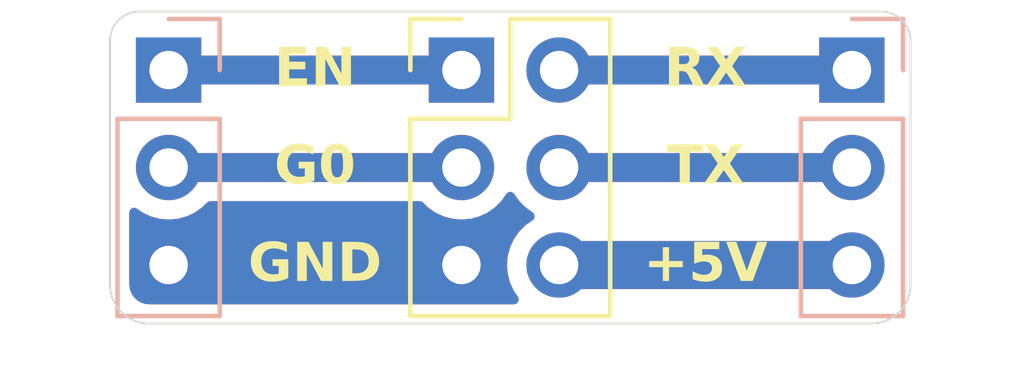
<source format=kicad_pcb>
(kicad_pcb (version 20240108) (generator "pcbnew") (generator_version "8.0")
  (layers (0 "F.Cu" signal) (31 "B.Cu" signal) (34 "B.Paste" user) (35 "F.Paste" user) (36 "B.SilkS" user "B.Silkscreen") (37 "F.SilkS" user "F.Silkscreen") (38 "B.Mask" user) (39 "F.Mask" user) (44 "Edge.Cuts" user))
  (net 0 "")
  (net 1 "GND")
  (net 2 "G0")
  (net 3 "EN")
  (net 4 "+5V")
  (net 5 "RX")
  (net 6 "TX")
  (footprint "Connector_PinHeader_2.54mm:PinHeader_2x03_P2.54mm_Vertical" (layer "F.Cu") (at 7.62 0)
    (property "Reference" "J3" (hide yes))
    (property "Value" "Conn_Main")
    (fp_line (start -1.33 -1.33) (end 0 -1.33) (stroke (width 0.12)) (layer "F.SilkS"))
    (fp_line (start -1.33 0) (end -1.33 -1.33) (stroke (width 0.12)) (layer "F.SilkS"))
    (fp_line (start -1.33 1.27) (end -1.33 6.41) (stroke (width 0.12)) (layer "F.SilkS"))
    (fp_line (start -1.33 1.27) (end 1.27 1.27) (stroke (width 0.12)) (layer "F.SilkS"))
    (fp_line (start -1.33 6.41) (end 3.87 6.41) (stroke (width 0.12)) (layer "F.SilkS"))
    (fp_line (start 1.27 -1.33) (end 3.87 -1.33) (stroke (width 0.12)) (layer "F.SilkS"))
    (fp_line (start 1.27 1.27) (end 1.27 -1.33) (stroke (width 0.12)) (layer "F.SilkS"))
    (fp_line (start 3.87 -1.33) (end 3.87 6.41) (stroke (width 0.12)) (layer "F.SilkS"))
    (pad "1" thru_hole rect (at 0 0) (size 1.7 1.7) (drill 1) (layers "*.Cu" "*.Mask") (net 3 "EN"))
    (pad "2" thru_hole oval (at 2.54 0) (size 1.7 1.7) (drill 1) (layers "*.Cu" "*.Mask") (net 5 "RX"))
    (pad "3" thru_hole oval (at 0 2.54) (size 1.7 1.7) (drill 1) (layers "*.Cu" "*.Mask") (net 2 "G0"))
    (pad "4" thru_hole oval (at 2.54 2.54) (size 1.7 1.7) (drill 1) (layers "*.Cu" "*.Mask") (net 6 "TX"))
    (pad "5" thru_hole oval (at 0 5.08) (size 1.7 1.7) (drill 1) (layers "*.Cu" "*.Mask") (net 1 "GND"))
    (pad "6" thru_hole oval (at 2.54 5.08) (size 1.7 1.7) (drill 1) (layers "*.Cu" "*.Mask") (net 4 "+5V"))
  )
  (footprint "Connector_PinHeader_2.54mm:PinHeader_1x03_P2.54mm_Vertical" (layer "B.Cu") (at 0 0 180)
    (property "Reference" "J1" (hide yes))
    (property "Value" "Conn_CamL")
    (fp_line (start 1.33 -1.27) (end -1.33 -1.27) (stroke (width 0.12)) (layer "B.SilkS"))
    (fp_line (start 1.33 -6.41) (end 1.33 -1.27) (stroke (width 0.12)) (layer "B.SilkS"))
    (fp_line (start 1.33 -6.41) (end -1.33 -6.41) (stroke (width 0.12)) (layer "B.SilkS"))
    (fp_line (start 0 1.33) (end -1.33 1.33) (stroke (width 0.12)) (layer "B.SilkS"))
    (fp_line (start -1.33 1.33) (end -1.33 0) (stroke (width 0.12)) (layer "B.SilkS"))
    (fp_line (start -1.33 -6.41) (end -1.33 -1.27) (stroke (width 0.12)) (layer "B.SilkS"))
    (pad "1" thru_hole rect (at 0 0 180) (size 1.7 1.7) (drill 1) (layers "*.Cu" "*.Mask") (net 3 "EN"))
    (pad "2" thru_hole oval (at 0 -2.54 180) (size 1.7 1.7) (drill 1) (layers "*.Cu" "*.Mask") (net 2 "G0"))
    (pad "3" thru_hole oval (at 0 -5.08 180) (size 1.7 1.7) (drill 1) (layers "*.Cu" "*.Mask") (net 1 "GND"))
  )
  (footprint "Connector_PinHeader_2.54mm:PinHeader_1x03_P2.54mm_Vertical" (layer "B.Cu") (at 17.78 0 180)
    (property "Reference" "J2" (hide yes))
    (property "Value" "Conn_CamR")
    (fp_line (start 1.33 -1.27) (end -1.33 -1.27) (stroke (width 0.12)) (layer "B.SilkS"))
    (fp_line (start 1.33 -6.41) (end 1.33 -1.27) (stroke (width 0.12)) (layer "B.SilkS"))
    (fp_line (start 1.33 -6.41) (end -1.33 -6.41) (stroke (width 0.12)) (layer "B.SilkS"))
    (fp_line (start 0 1.33) (end -1.33 1.33) (stroke (width 0.12)) (layer "B.SilkS"))
    (fp_line (start -1.33 1.33) (end -1.33 0) (stroke (width 0.12)) (layer "B.SilkS"))
    (fp_line (start -1.33 -6.41) (end -1.33 -1.27) (stroke (width 0.12)) (layer "B.SilkS"))
    (pad "1" thru_hole rect (at 0 0 180) (size 1.7 1.7) (drill 1) (layers "*.Cu" "*.Mask") (net 5 "RX"))
    (pad "2" thru_hole oval (at 0 -2.54 180) (size 1.7 1.7) (drill 1) (layers "*.Cu" "*.Mask") (net 6 "TX"))
    (pad "3" thru_hole oval (at 0 -5.08 180) (size 1.7 1.7) (drill 1) (layers "*.Cu" "*.Mask") (net 4 "+5V"))
  )
  (gr_line (start -0.508 6.604) (end 18.288 6.604) (stroke (width 0.05)) (layer "Edge.Cuts"))
  (gr_arc (start 18.542 -1.524) (mid 19.080815 -1.300815) (end 19.304 -0.762) (stroke (width 0.05)) (layer "Edge.Cuts"))
  (gr_line (start 18.542 -1.524) (end -0.762 -1.524) (stroke (width 0.05)) (layer "Edge.Cuts"))
  (gr_line (start 19.304 5.588) (end 19.304 -0.762) (stroke (width 0.05)) (layer "Edge.Cuts"))
  (gr_line (start -1.524 -0.762) (end -1.524 5.588) (stroke (width 0.05)) (layer "Edge.Cuts"))
  (gr_arc (start 19.304 5.588) (mid 19.00642 6.30642) (end 18.288 6.604) (stroke (width 0.05)) (layer "Edge.Cuts"))
  (gr_arc (start -1.524 -0.762) (mid -1.300815 -1.300815) (end -0.762 -1.524) (stroke (width 0.05)) (layer "Edge.Cuts"))
  (gr_arc (start -0.508 6.604) (mid -1.22642 6.30642) (end -1.524 5.588) (stroke (width 0.05)) (layer "Edge.Cuts"))
  (gr_text "+5V" (at 13.97 5.08 0) (layer "F.SilkS") (effects (font (size 1 1) (thickness 0.1))))
  (gr_text "TX" (at 13.97 2.54 0) (layer "F.SilkS") (effects (font (size 1 1) (thickness 0.1))))
  (gr_text "GND" (at 3.81 5.08 0) (layer "F.SilkS") (effects (font (size 1 1) (thickness 0.1))))
  (gr_text "G0" (at 3.81 2.54 0) (layer "F.SilkS") (effects (font (size 1 1) (thickness 0.1))))
  (gr_text "EN" (at 3.81 0 0) (layer "F.SilkS") (effects (font (size 1 1) (thickness 0.1))))
  (gr_text "RX" (at 13.97 0 0) (layer "F.SilkS") (effects (font (size 1 1) (thickness 0.1))))
  (segment (start 0 2.54) (end 7.62 2.54) (width 0.75) (layer "F.Cu") (net 2))
  (segment (start 7.62 2.54) (end 0 2.54) (width 0.75) (layer "B.Cu") (net 2))
  (segment (start 7.62 0) (end 0 0) (width 0.75) (layer "F.Cu") (net 3))
  (segment (start 0 0) (end 7.62 0) (width 0.75) (layer "B.Cu") (net 3))
  (segment (start 10.16 5.08) (end 17.78 5.08) (width 1.25) (layer "F.Cu") (net 4))
  (segment (start 17.78 5.08) (end 10.16 5.08) (width 1.25) (layer "B.Cu") (net 4))
  (segment (start 10.16 0) (end 17.78 0) (width 0.75) (layer "F.Cu") (net 5))
  (segment (start 17.78 0) (end 10.16 0) (width 0.75) (layer "B.Cu") (net 5))
  (segment (start 17.78 2.54) (end 10.16 2.54) (width 0.75) (layer "F.Cu") (net 6))
  (segment (start 17.78 2.54) (end 10.16 2.54) (width 0.75) (layer "B.Cu") (net 6))
  (zone (net 1) (net_name "GND") (layers "F&B.Cu") (connect_pads yes (clearance 0.5)) (min_thickness 0.25) (fill yes (thermal_gap 0.5) (thermal_bridge_width 0.5))
    (polygon (pts (xy -1.524 -1.524) (xy 19.304 -1.524) (xy 19.304 6.604) (xy -1.524 6.604)))
  )
)
</source>
